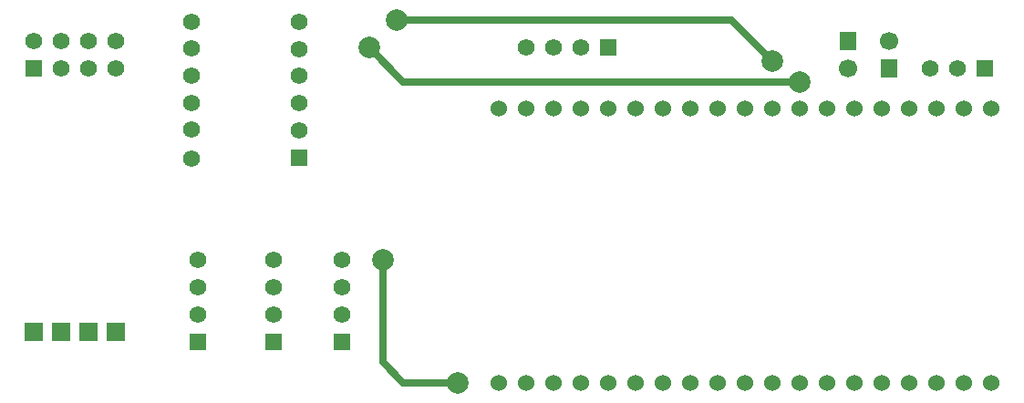
<source format=gtl>
G04 Layer: TopLayer*
G04 EasyEDA v6.5.37, 2023-12-02 15:11:21*
G04 31473a8e6aac44f1905b94e0de15a8d0,10*
G04 Gerber Generator version 0.2*
G04 Scale: 100 percent, Rotated: No, Reflected: No *
G04 Dimensions in millimeters *
G04 leading zeros omitted , absolute positions ,4 integer and 5 decimal *
%FSLAX45Y45*%
%MOMM*%

%ADD10C,0.6350*%
%ADD11R,1.5748X1.7000*%
%ADD12C,1.7000*%
%ADD13R,1.5748X1.5748*%
%ADD14C,1.5748*%
%ADD15C,1.5240*%
%ADD16R,1.8001X1.8000*%
%ADD17C,2.0000*%

%LPD*%
D10*
X3492500Y-762000D02*
G01*
X3810000Y-1079500D01*
X7493000Y-1079500D01*
X7239000Y-889000D02*
G01*
X6858000Y-508000D01*
X4318000Y-508000D01*
X4318000Y-508000D02*
G01*
X3746500Y-508000D01*
X4318000Y-3873500D02*
G01*
X3810000Y-3873500D01*
X3619500Y-3683000D01*
X3619500Y-2730500D01*
D11*
G01*
X7937500Y-698500D03*
D12*
G01*
X7937500Y-952500D03*
D13*
G01*
X9207500Y-952500D03*
D14*
G01*
X8953500Y-952500D03*
G01*
X8699500Y-952500D03*
D11*
G01*
X8318500Y-952500D03*
D12*
G01*
X8318500Y-698500D03*
D15*
G01*
X4699000Y-3876497D03*
G01*
X4953000Y-3876497D03*
G01*
X5207000Y-3876497D03*
G01*
X5461000Y-3876497D03*
G01*
X5715000Y-3876497D03*
G01*
X5969000Y-3876497D03*
G01*
X6223000Y-3876497D03*
G01*
X6477000Y-3876497D03*
G01*
X6731000Y-3876497D03*
G01*
X6985000Y-3876497D03*
G01*
X7239000Y-3876497D03*
G01*
X7493000Y-3876497D03*
G01*
X7747000Y-3876497D03*
G01*
X8001000Y-3876497D03*
G01*
X8255000Y-3876497D03*
G01*
X8509000Y-3876497D03*
G01*
X8763000Y-3876497D03*
G01*
X9017000Y-3876497D03*
G01*
X9271000Y-3876497D03*
G01*
X9271000Y-1330502D03*
G01*
X9017000Y-1330502D03*
G01*
X8763000Y-1330502D03*
G01*
X8509000Y-1330502D03*
G01*
X8255000Y-1330502D03*
G01*
X8001000Y-1330502D03*
G01*
X7747000Y-1330502D03*
G01*
X7493000Y-1330502D03*
G01*
X7239000Y-1330502D03*
G01*
X6985000Y-1330502D03*
G01*
X6731000Y-1330502D03*
G01*
X6477000Y-1330502D03*
G01*
X6223000Y-1330502D03*
G01*
X5969000Y-1330502D03*
G01*
X5715000Y-1330502D03*
G01*
X5461000Y-1330502D03*
G01*
X5207000Y-1330502D03*
G01*
X4953000Y-1330502D03*
G01*
X4699000Y-1330502D03*
D13*
G01*
X3238500Y-3492500D03*
D14*
G01*
X3238500Y-3238500D03*
G01*
X3238500Y-2984500D03*
G01*
X3238500Y-2730500D03*
D13*
G01*
X2603500Y-3492500D03*
D14*
G01*
X2603500Y-3238500D03*
G01*
X2603500Y-2984500D03*
G01*
X2603500Y-2730500D03*
D13*
G01*
X1905000Y-3492500D03*
D14*
G01*
X1905000Y-3238500D03*
G01*
X1905000Y-2984500D03*
G01*
X1905000Y-2730500D03*
D16*
G01*
X889025Y-3401009D03*
G01*
X635025Y-3401009D03*
G01*
X381025Y-3401009D03*
G01*
X1143025Y-3401009D03*
D14*
G01*
X1841500Y-1276350D03*
G01*
X1841500Y-1022350D03*
G01*
X1841500Y-768350D03*
G01*
X1841500Y-520700D03*
G01*
X2844800Y-520700D03*
G01*
X2844800Y-774700D03*
G01*
X2844800Y-1022350D03*
G01*
X2844800Y-1276350D03*
G01*
X2844800Y-1530350D03*
D13*
G01*
X2844800Y-1784350D03*
D14*
G01*
X1841500Y-1524000D03*
G01*
X1841500Y-1790700D03*
D13*
G01*
X381000Y-952500D03*
D14*
G01*
X381000Y-698500D03*
G01*
X635000Y-952500D03*
G01*
X635000Y-698500D03*
G01*
X889000Y-952500D03*
G01*
X889000Y-698500D03*
G01*
X1143000Y-952500D03*
G01*
X1143000Y-698500D03*
D13*
G01*
X5715000Y-762000D03*
D14*
G01*
X5461000Y-762000D03*
G01*
X5207000Y-762000D03*
G01*
X4953000Y-762000D03*
D17*
G01*
X7239000Y-889000D03*
G01*
X7493000Y-1079500D03*
G01*
X3619500Y-2730500D03*
G01*
X4318000Y-3873500D03*
G01*
X3746500Y-508000D03*
G01*
X3492500Y-762000D03*
M02*

</source>
